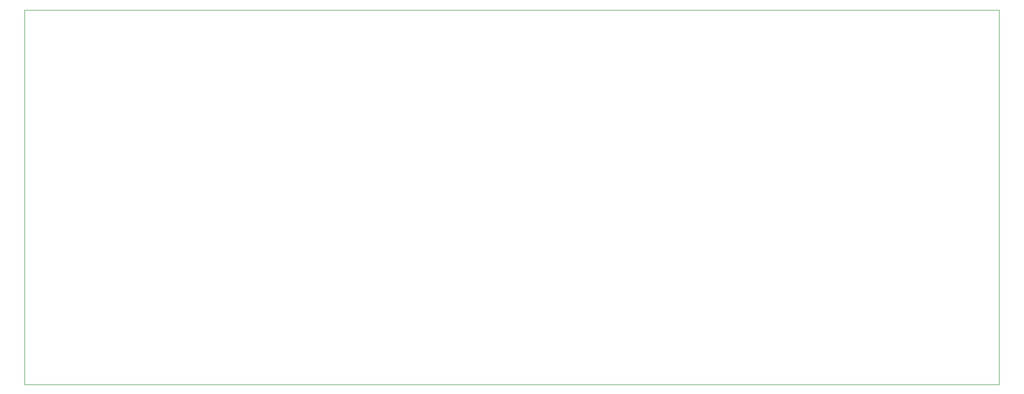
<source format=gbr>
G04 (created by PCBNEW (2013-07-07 BZR 4022)-stable) date 26/03/2014 18:27:59*
%MOIN*%
G04 Gerber Fmt 3.4, Leading zero omitted, Abs format*
%FSLAX34Y34*%
G01*
G70*
G90*
G04 APERTURE LIST*
%ADD10C,0.006*%
%ADD11C,0.00393701*%
G04 APERTURE END LIST*
G54D10*
G54D11*
X49300Y-38600D02*
X49300Y-63600D01*
X114300Y-38600D02*
X49300Y-38600D01*
X114300Y-63600D02*
X114300Y-38600D01*
X49300Y-63600D02*
X114300Y-63600D01*
M02*

</source>
